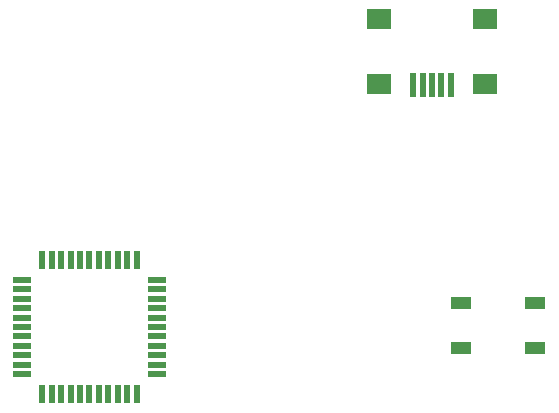
<source format=gtp>
G04 #@! TF.GenerationSoftware,KiCad,Pcbnew,(5.1.4)-1*
G04 #@! TF.CreationDate,2019-10-28T18:01:08-07:00*
G04 #@! TF.ProjectId,louwii-pad,6c6f7577-6969-42d7-9061-642e6b696361,rev?*
G04 #@! TF.SameCoordinates,Original*
G04 #@! TF.FileFunction,Paste,Top*
G04 #@! TF.FilePolarity,Positive*
%FSLAX46Y46*%
G04 Gerber Fmt 4.6, Leading zero omitted, Abs format (unit mm)*
G04 Created by KiCad (PCBNEW (5.1.4)-1) date 2019-10-28 18:01:08*
%MOMM*%
%LPD*%
G04 APERTURE LIST*
%ADD10R,1.500000X0.550000*%
%ADD11R,0.550000X1.500000*%
%ADD12R,0.500000X2.000000*%
%ADD13R,2.000000X1.700000*%
%ADD14R,1.700000X1.000000*%
G04 APERTURE END LIST*
D10*
X144600000Y-70000000D03*
X144600000Y-69200000D03*
X144600000Y-68400000D03*
X144600000Y-67600000D03*
X144600000Y-66800000D03*
X144600000Y-66000000D03*
X144600000Y-65200000D03*
X144600000Y-64400000D03*
X144600000Y-63600000D03*
X144600000Y-62800000D03*
X144600000Y-62000000D03*
D11*
X142900000Y-60300000D03*
X142100000Y-60300000D03*
X141300000Y-60300000D03*
X140500000Y-60300000D03*
X139700000Y-60300000D03*
X138900000Y-60300000D03*
X138100000Y-60300000D03*
X137300000Y-60300000D03*
X136500000Y-60300000D03*
X135700000Y-60300000D03*
X134900000Y-60300000D03*
D10*
X133200000Y-62000000D03*
X133200000Y-62800000D03*
X133200000Y-63600000D03*
X133200000Y-64400000D03*
X133200000Y-65200000D03*
X133200000Y-66000000D03*
X133200000Y-66800000D03*
X133200000Y-67600000D03*
X133200000Y-68400000D03*
X133200000Y-69200000D03*
X133200000Y-70000000D03*
D11*
X134900000Y-71700000D03*
X135700000Y-71700000D03*
X136500000Y-71700000D03*
X137300000Y-71700000D03*
X138100000Y-71700000D03*
X138900000Y-71700000D03*
X139700000Y-71700000D03*
X140500000Y-71700000D03*
X141300000Y-71700000D03*
X142100000Y-71700000D03*
X142900000Y-71700000D03*
D12*
X169500000Y-45500000D03*
X168700000Y-45500000D03*
X167900000Y-45500000D03*
X167100000Y-45500000D03*
X166300000Y-45500000D03*
D13*
X172350000Y-45400000D03*
X172350000Y-39950000D03*
X163450000Y-45400000D03*
X163450000Y-39950000D03*
D14*
X170350000Y-64000000D03*
X176650000Y-64000000D03*
X170350000Y-67800000D03*
X176650000Y-67800000D03*
M02*

</source>
